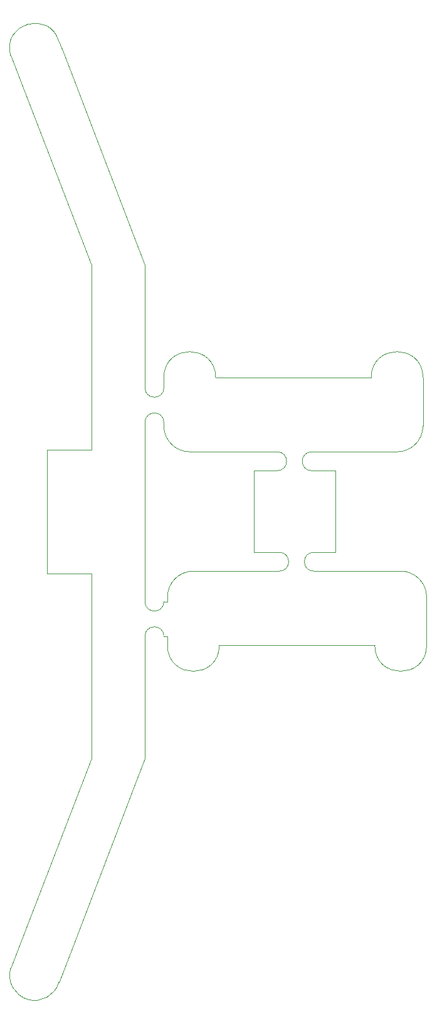
<source format=gbr>
%TF.GenerationSoftware,KiCad,Pcbnew,8.0.3*%
%TF.CreationDate,2025-05-12T21:07:43+02:00*%
%TF.ProjectId,IMU_PCBs,494d555f-5043-4427-932e-6b696361645f,rev?*%
%TF.SameCoordinates,Original*%
%TF.FileFunction,Profile,NP*%
%FSLAX46Y46*%
G04 Gerber Fmt 4.6, Leading zero omitted, Abs format (unit mm)*
G04 Created by KiCad (PCBNEW 8.0.3) date 2025-05-12 21:07:43*
%MOMM*%
%LPD*%
G01*
G04 APERTURE LIST*
%TA.AperFunction,Profile*%
%ADD10C,0.050000*%
%TD*%
G04 APERTURE END LIST*
D10*
X72780000Y-114071372D02*
X72780000Y-97371372D01*
X86027500Y-122481372D02*
X86030000Y-138971372D01*
X89060000Y-117820000D02*
X88567500Y-117821372D01*
X89060000Y-117210000D02*
X89060000Y-117820000D01*
X89060000Y-122490000D02*
X88567500Y-122481372D01*
X89060000Y-123710000D02*
X89060000Y-122490000D01*
X88567500Y-89001372D02*
X88570000Y-87630000D01*
X88567500Y-93661372D02*
X88570000Y-94130000D01*
X86027500Y-93661372D02*
X86027500Y-117821372D01*
X86030000Y-72471372D02*
X86027500Y-89001372D01*
X75130000Y-167221372D02*
X74400389Y-169122074D01*
X67880001Y-44221372D02*
G75*
G02*
X74400389Y-42320670I3260195J950347D01*
G01*
X75130000Y-167221372D02*
X86030000Y-138971372D01*
X78780000Y-114071372D02*
X72780000Y-114071372D01*
X75130000Y-44221372D02*
X86030000Y-72471372D01*
X78780000Y-97371372D02*
X72780000Y-97371372D01*
X78780000Y-72471372D02*
X78780000Y-97371372D01*
X67880000Y-44221372D02*
X78780000Y-72471372D01*
X75130000Y-44221372D02*
X74400389Y-42320670D01*
X78780000Y-138971372D02*
X78780000Y-114071372D01*
X108820000Y-111170000D02*
X111770000Y-111170000D01*
X124060000Y-123710000D02*
G75*
G02*
X117060000Y-123710000I-3500000J0D01*
G01*
X100770000Y-111170000D02*
X100770000Y-100170000D01*
X103880000Y-100170000D02*
X100770000Y-100170000D01*
X123570000Y-87630000D02*
X123570000Y-94130000D01*
X111770000Y-100170000D02*
X111770000Y-111170000D01*
X89060000Y-117210000D02*
G75*
G02*
X92560000Y-113710000I3500000J0D01*
G01*
X96060000Y-123710000D02*
G75*
G02*
X89060000Y-123710000I-3500000J0D01*
G01*
X104160000Y-113710000D02*
X92560000Y-113710000D01*
X120560000Y-113710000D02*
G75*
G02*
X124060000Y-117210000I0J-3500000D01*
G01*
X124060000Y-123710000D02*
X124060000Y-117210000D01*
X108540000Y-97630000D02*
X120070000Y-97630000D01*
X108540000Y-100170000D02*
X111770000Y-100170000D01*
X116570000Y-87630000D02*
G75*
G02*
X123570000Y-87630000I3500000J0D01*
G01*
X95570000Y-87630000D02*
X116570000Y-87630000D01*
X92070000Y-97630000D02*
G75*
G02*
X88570000Y-94130000I0J3500000D01*
G01*
X120560000Y-113710000D02*
X108820000Y-113710000D01*
X88570000Y-87630000D02*
G75*
G02*
X95570000Y-87630000I3500000J0D01*
G01*
X92070000Y-97630000D02*
X103880000Y-97630000D01*
X104160000Y-111170000D02*
X100770000Y-111170000D01*
X123570000Y-94130000D02*
G75*
G02*
X120070000Y-97630000I-3500000J0D01*
G01*
X117060000Y-123710000D02*
X96060000Y-123710000D01*
X67880000Y-167221372D02*
X78780000Y-138971372D01*
X74400388Y-169122074D02*
G75*
G02*
X67880001Y-167221372I-3260201J950326D01*
G01*
%TO.C,mouse-bite-2.54mm-4.66mm*%
X88567500Y-89001372D02*
G75*
G02*
X86027500Y-89001372I-1270000J0D01*
G01*
X86027500Y-93661372D02*
G75*
G02*
X88567500Y-93661372I1270000J0D01*
G01*
X86027500Y-122481372D02*
G75*
G02*
X88567500Y-122481372I1270000J0D01*
G01*
X88567500Y-117821372D02*
G75*
G02*
X86027500Y-117821372I-1270000J0D01*
G01*
X104160000Y-111170000D02*
G75*
G02*
X104160000Y-113710000I0J-1270000D01*
G01*
X108820000Y-113710000D02*
G75*
G02*
X108820000Y-111170000I0J1270000D01*
G01*
X103880000Y-97630000D02*
G75*
G02*
X103880000Y-100170000I0J-1270000D01*
G01*
X108540000Y-100170000D02*
G75*
G02*
X108540000Y-97630000I0J1270000D01*
G01*
%TD*%
M02*

</source>
